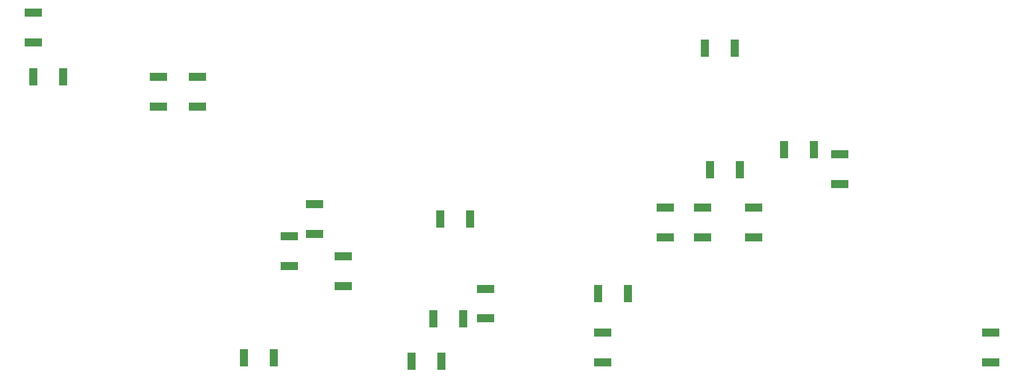
<source format=gtp>
G04 Layer_Color=8421504*
%FSLAX44Y44*%
%MOMM*%
G71*
G01*
G75*
%ADD10R,1.2000X2.6000*%
%ADD11R,2.6000X1.2000*%
D10*
X1187000Y607500D02*
D03*
X1143000D02*
D03*
X1304500Y457500D02*
D03*
X1260500D02*
D03*
X985500Y245000D02*
D03*
X1029500D02*
D03*
X787000Y207500D02*
D03*
X743000D02*
D03*
X1194500Y427500D02*
D03*
X1150500D02*
D03*
X152500Y564500D02*
D03*
X196500D02*
D03*
X463000Y150000D02*
D03*
X507000D02*
D03*
X754500Y145000D02*
D03*
X710500D02*
D03*
X797000Y355000D02*
D03*
X753000D02*
D03*
D11*
X1215000Y328000D02*
D03*
Y372000D02*
D03*
X1565000Y187000D02*
D03*
Y143000D02*
D03*
X1140000Y328000D02*
D03*
Y372000D02*
D03*
X992500Y143000D02*
D03*
Y187000D02*
D03*
X820000Y252000D02*
D03*
Y208000D02*
D03*
X395000Y564500D02*
D03*
Y520500D02*
D03*
X567500Y377000D02*
D03*
Y333000D02*
D03*
X1342500Y450804D02*
D03*
Y406804D02*
D03*
X152500Y659500D02*
D03*
Y615500D02*
D03*
X1085000Y372000D02*
D03*
Y328000D02*
D03*
X337500Y520500D02*
D03*
Y564500D02*
D03*
X530000Y329500D02*
D03*
Y285500D02*
D03*
X610000Y299500D02*
D03*
Y255500D02*
D03*
M02*

</source>
